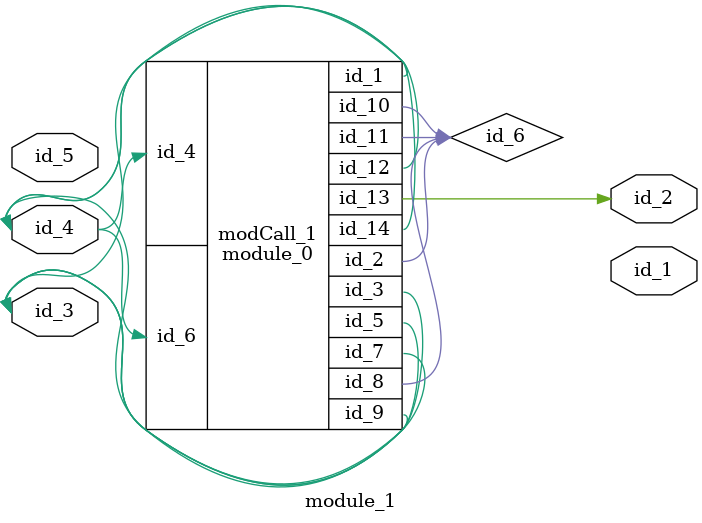
<source format=v>
module module_0 (
    id_1,
    id_2,
    id_3,
    id_4,
    id_5,
    id_6,
    id_7,
    id_8,
    id_9,
    id_10,
    id_11,
    id_12,
    id_13,
    id_14
);
  output wire id_14;
  output wire id_13;
  inout wire id_12;
  inout wire id_11;
  inout wire id_10;
  inout wire id_9;
  inout wire id_8;
  inout wire id_7;
  input wire id_6;
  inout wire id_5;
  input wire id_4;
  output wire id_3;
  inout wire id_2;
  inout wire id_1;
  initial id_1 = 1;
  assign id_9 = 1;
endmodule
module module_1 (
    id_1,
    id_2,
    id_3,
    id_4,
    id_5
);
  input wire id_5;
  inout wire id_4;
  inout wire id_3;
  output wire id_2;
  output wire id_1;
  wire id_6;
  module_0 modCall_1 (
      id_3,
      id_6,
      id_3,
      id_4,
      id_3,
      id_4,
      id_4,
      id_6,
      id_3,
      id_6,
      id_6,
      id_4,
      id_2,
      id_4
  );
endmodule

</source>
